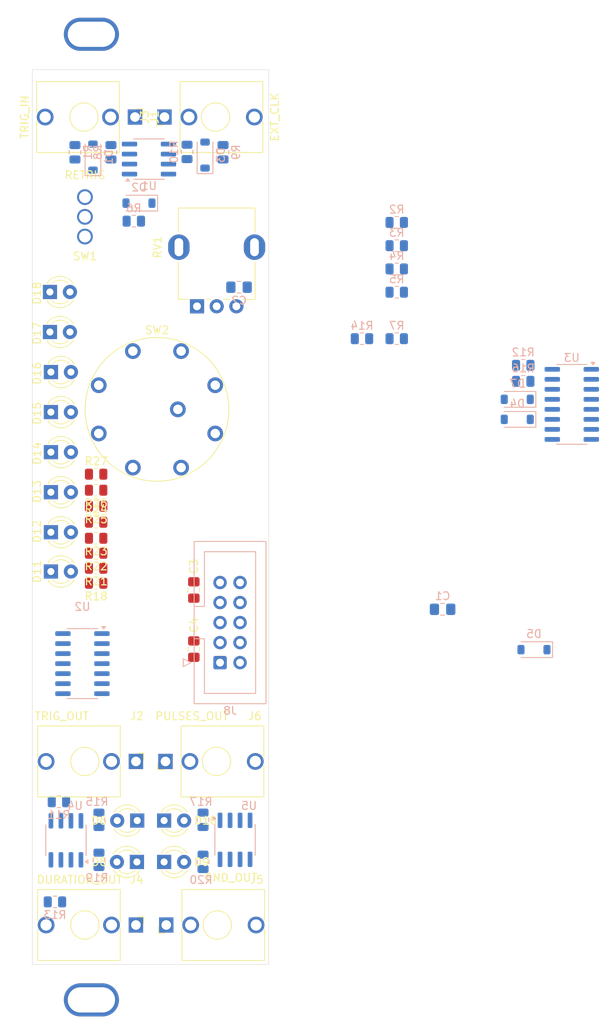
<source format=kicad_pcb>
(kicad_pcb (version 20240108) (generator "pcbnew") (generator_version "8.0")
  (layers (0 "F.Cu" signal) (31 "B.Cu" signal) (34 "B.Paste" user) (35 "F.Paste" user) (36 "B.SilkS" user "B.Silkscreen") (37 "F.SilkS" user "F.Silkscreen") (38 "B.Mask" user) (39 "F.Mask" user) (44 "Edge.Cuts" user))
  (net 0 "")
  (net 1 "Net-(C1-Pad2)")
  (net 2 "Net-(C1-Pad1)")
  (net 3 "GND")
  (net 4 "Net-(C2-Pad1)")
  (net 5 "Net-(D1-A)")
  (net 6 "Net-(D1-K)")
  (net 7 "Net-(D2-A)")
  (net 8 "CLK")
  (net 9 "Net-(D3-A)")
  (net 10 "Net-(D3-K)")
  (net 11 "CLK_EN")
  (net 12 "Net-(D4-A)")
  (net 13 "Net-(D5-A)")
  (net 14 "Net-(D5-K)")
  (net 15 "Net-(D7-A)")
  (net 17 "Net-(J1-PadT)")
  (net 18 "Net-(J2-PadT)")
  (net 20 "Net-(J3-PadTN)")
  (net 21 "Net-(J3-PadT)")
  (net 22 "Net-(J4-PadT)")
  (net 25 "Net-(J5-PadT)")
  (net 27 "Net-(J6-PadT)")
  (net 28 "VREF")
  (net 29 "+12V")
  (net 30 "Net-(U4B-+)")
  (net 31 "RESET")
  (net 32 "Net-(U5A-+)")
  (net 33 "Net-(D10-A)")
  (net 34 "Net-(R11-Pad2)")
  (net 35 "Net-(R13-Pad2)")
  (net 36 "Net-(R14-Pad2)")
  (net 37 "Net-(D11-A)")
  (net 38 "Net-(D12-A)")
  (net 39 "Net-(D13-A)")
  (net 40 "Net-(D14-A)")
  (net 41 "Net-(D15-A)")
  (net 42 "Net-(D16-A)")
  (net 43 "Net-(D17-A)")
  (net 44 "Net-(D18-A)")
  (net 49 "-12V")
  (net 50 "Net-(D6-A)")
  (net 51 "Net-(D8-A)")
  (net 52 "Net-(D9-A)")
  (net 53 "Net-(R17-Pad1)")
  (net 54 "STEP1")
  (net 55 "STEP2")
  (net 56 "STEP3")
  (net 57 "STEP4")
  (net 58 "STEP5")
  (net 59 "STEP6")
  (net 60 "STEP7")
  (net 61 "STEP8")
  (footprint "Capacitor_SMD:C_0805_2012Metric_Pad1.18x1.45mm_HandSolder" (layer "F.Cu") (at 120.5 131 -90)
    (property "Reference" "C4" (at -3.04 -0.02 90) (layer "F.SilkS"))
    (property "Value" "22uF")
    (pad "1" smd roundrect (at -1.0375 0 270) (size 1.175 1.45) (layers "F.Cu" "F.Paste" "F.Mask") (roundrect_rratio 0.212766) (net 3 "GND"))
    (pad "2" smd roundrect (at 1.0375 0 270) (size 1.175 1.45) (layers "F.Cu" "F.Paste" "F.Mask") (roundrect_rratio 0.212766) (net 49 "-12V"))
  )
  (footprint "LED_THT:LED_D3.0mm" (layer "F.Cu") (at 116.725 158)
    (property "Reference" "D9" (at 4.775 0 0) (layer "F.SilkS"))
    (property "Value" "LED")
    (pad "1" thru_hole rect (at 0 0) (size 1.8 1.8) (drill 0.9) (layers "*.Cu" "*.Mask") (net 3 "GND"))
    (pad "2" thru_hole circle (at 2.54 0) (size 1.8 1.8) (drill 0.9) (layers "*.Cu" "*.Mask") (net 52 "Net-(D9-A)"))
  )
  (footprint "Resistor_SMD:R_0805_2012Metric" (layer "F.Cu") (at 108.1005 122.65 180)
    (property "Reference" "R18" (at 0 -1.65 360) (layer "F.SilkS"))
    (property "Value" "10k")
    (pad "1" smd roundrect (at -0.9125 0 180) (size 1.025 1.4) (layers "F.Cu" "F.Paste" "F.Mask") (roundrect_rratio 0.243902) (net 54 "STEP1"))
    (pad "2" smd roundrect (at 0.9125 0 180) (size 1.025 1.4) (layers "F.Cu" "F.Paste" "F.Mask") (roundrect_rratio 0.243902) (net 37 "Net-(D11-A)"))
  )
  (footprint "benjiaomodular:AudioJack_3.5mm" (layer "F.Cu") (at 117 166 90)
    (property "Reference" "J5" (at 5.75 11.5 180) (layer "F.SilkS"))
    (property "Value" "END_OUT" (at 6 8.25 180) (layer "F.SilkS"))
    (pad "S" thru_hole rect (at 0 0 270) (size 1.93 1.83) (drill 1.22) (layers "*.Cu" "*.Mask") (net 3 "GND"))
    (pad "T" thru_hole circle (at 0 11.4 270) (size 2.13 2.13) (drill 1.43) (layers "*.Cu" "*.Mask") (net 25 "Net-(J5-PadT)"))
    (pad "TN" thru_hole circle (at 0 3.1 270) (size 2.13 2.13) (drill 1.42) (layers "*.Cu" "*.Mask"))
  )
  (footprint "benjiaomodular:RotarySwitch_SR16_POLE1_WAY8" (layer "F.Cu") (at 115.824 100.584)
    (property "Reference" "SW2" (at 0 -10.045 0) (layer "F.SilkS"))
    (property "Value" "STEPS")
    (pad "1" thru_hole oval (at 3.061467 -7.391036) (size 2 2) (drill 1.2) (layers "*.Cu" "*.Mask") (net 54 "STEP1"))
    (pad "2" thru_hole oval (at 7.391036 -3.061467) (size 2 2) (drill 1.2) (layers "*.Cu" "*.Mask") (net 55 "STEP2"))
    (pad "3" thru_hole oval (at 7.391036 3.061467) (size 2 2) (drill 1.2) (layers "*.Cu" "*.Mask") (net 56 "STEP3"))
    (pad "4" thru_hole oval (at 3.061467 7.391036) (size 2 2) (drill 1.2) (layers "*.Cu" "*.Mask") (net 57 "STEP4"))
    (pad "5" thru_hole oval (at -3.061467 7.391036) (size 2 2) (drill 1.2) (layers "*.Cu" "*.Mask") (net 58 "STEP5"))
    (pad "6" thru_hole oval (at -7.391036 3.061467) (size 2 2) (drill 1.2) (layers "*.Cu" "*.Mask") (net 59 "STEP6"))
    (pad "7" thru_hole oval (at -7.391036 -3.061467) (size 2 2) (drill 1.2) (layers "*.Cu" "*.Mask") (net 60 "STEP7"))
    (pad "8" thru_hole oval (at -3.061467 -7.391036) (size 2 2) (drill 1.2) (layers "*.Cu" "*.Mask") (net 61 "STEP8"))
    (pad "9" thru_hole circle (at 2.65 0) (size 2 2) (drill 1.2) (layers "*.Cu" "*.Mask") (net 15 "Net-(D7-A)"))
  )
  (footprint "LED_THT:LED_D3.0mm" (layer "F.Cu") (at 102.357 121.158)
    (property "Reference" "D11" (at -1.773 0 90) (layer "F.SilkS"))
    (property "Value" "LED")
    (pad "1" thru_hole rect (at 0 0) (size 1.8 1.8) (drill 0.9) (layers "*.Cu" "*.Mask") (net 3 "GND"))
    (pad "2" thru_hole circle (at 2.54 0) (size 1.8 1.8) (drill 0.9) (layers "*.Cu" "*.Mask") (net 37 "Net-(D11-A)"))
  )
  (footprint "Resistor_SMD:R_0805_2012Metric" (layer "F.Cu") (at 108.1005 120.745 180)
    (property "Reference" "R21" (at 0 -1.65 360) (layer "F.SilkS"))
    (property "Value" "10k")
    (pad "1" smd roundrect (at -0.9125 0 180) (size 1.025 1.4) (layers "F.Cu" "F.Paste" "F.Mask") (roundrect_rratio 0.243902) (net 55 "STEP2"))
    (pad "2" smd roundrect (at 0.9125 0 180) (size 1.025 1.4) (layers "F.Cu" "F.Paste" "F.Mask") (roundrect_rratio 0.243902) (net 38 "Net-(D12-A)"))
  )
  (footprint "benjiaomodular:AudioJack_3.5mm" (layer "F.Cu") (at 113.15 166 -90)
    (property "Reference" "J4" (at -5.75 -0.1 180) (layer "F.SilkS"))
    (property "Value" "DURATION_OUT" (at -5.75 7.15 180) (layer "F.SilkS"))
    (pad "S" thru_hole rect (at 0 0 90) (size 1.93 1.83) (drill 1.22) (layers "*.Cu" "*.Mask") (net 3 "GND"))
    (pad "T" thru_hole circle (at 0 11.4 90) (size 2.13 2.13) (drill 1.43) (layers "*.Cu" "*.Mask") (net 22 "Net-(J4-PadT)"))
    (pad "TN" thru_hole circle (at 0 3.1 90) (size 2.13 2.13) (drill 1.42) (layers "*.Cu" "*.Mask"))
  )
  (footprint "LED_THT:LED_D3.0mm" (layer "F.Cu") (at 102.235 85.693)
    (property "Reference" "D18" (at -1.651 0.159 90) (layer "F.SilkS"))
    (property "Value" "LED")
    (pad "1" thru_hole rect (at 0 0) (size 1.8 1.8) (drill 0.9) (layers "*.Cu" "*.Mask") (net 3 "GND"))
    (pad "2" thru_hole circle (at 2.54 0) (size 1.8 1.8) (drill 0.9) (layers "*.Cu" "*.Mask") (net 44 "Net-(D18-A)"))
  )
  (footprint "benjiaomodular:AudioJack_3.5mm" (layer "F.Cu") (at 113.15 145.25 -90)
    (property "Reference" "J2" (at -5.75 -0.1 180) (layer "F.SilkS"))
    (property "Value" "TRIG_OUT" (at -5.75 9.4 180) (layer "F.SilkS"))
    (pad "S" thru_hole rect (at 0 0 90) (size 1.93 1.83) (drill 1.22) (layers "*.Cu" "*.Mask") (net 3 "GND"))
    (pad "T" thru_hole circle (at 0 11.4 90) (size 2.13 2.13) (drill 1.43) (layers "*.Cu" "*.Mask") (net 18 "Net-(J2-PadT)"))
    (pad "TN" thru_hole circle (at 0 3.1 90) (size 2.13 2.13) (drill 1.42) (layers "*.Cu" "*.Mask"))
  )
  (footprint "Resistor_SMD:R_0805_2012Metric" (layer "F.Cu") (at 108.1005 116.935 180)
    (property "Reference" "R23" (at 0 -1.65 360) (layer "F.SilkS"))
    (property "Value" "10k")
    (pad "1" smd roundrect (at -0.9125 0 180) (size 1.025 1.4) (layers "F.Cu" "F.Paste" "F.Mask") (roundrect_rratio 0.243902) (net 57 "STEP4"))
    (pad "2" smd roundrect (at 0.9125 0 180) (size 1.025 1.4) (layers "F.Cu" "F.Paste" "F.Mask") (roundrect_rratio 0.243902) (net 40 "Net-(D14-A)"))
  )
  (footprint "LED_THT:LED_D3.0mm" (layer "F.Cu") (at 102.357 100.933)
    (property "Reference" "D15" (at -1.773 0.159 90) (layer "F.SilkS"))
    (property "Value" "LED")
    (pad "1" thru_hole rect (at 0 0) (size 1.8 1.8) (drill 0.9) (layers "*.Cu" "*.Mask") (net 3 "GND"))
    (pad "2" thru_hole circle (at 2.54 0) (size 1.8 1.8) (drill 0.9) (layers "*.Cu" "*.Mask") (net 41 "Net-(D15-A)"))
  )
  (footprint "LED_THT:LED_D3.0mm" (layer "F.Cu") (at 113.275 158 180)
    (property "Reference" "D8" (at 4.775 0 0) (layer "F.SilkS"))
    (property "Value" "LED")
    (pad "1" thru_hole rect (at 0 0 180) (size 1.8 1.8) (drill 0.9) (layers "*.Cu" "*.Mask") (net 3 "GND"))
    (pad "2" thru_hole circle (at 2.54 0 180) (size 1.8 1.8) (drill 0.9) (layers "*.Cu" "*.Mask") (net 51 "Net-(D8-A)"))
  )
  (footprint "benjiaomodular:Potentiometer_RV09" (layer "F.Cu") (at 120.9 87.51 90)
    (property "Reference" "RV1" (at 7.5 -5 90) (layer "F.SilkS"))
    (property "Value" "B100k")
    (pad "" thru_hole oval (at 7.5 -2.3 180) (size 2.72 3.24) (drill oval 1.1 2.3) (layers "*.Cu" "*.Mask"))
    (pad "" thru_hole oval (at 7.5 7.3 180) (size 2.72 3.24) (drill oval 1.1 2.3) (layers "*.Cu" "*.Mask"))
    (pad "1" thru_hole rect (at 0 0 180) (size 1.8 1.8) (drill 1) (layers "*.Cu" "*.Mask") (net 4 "Net-(C2-Pad1)"))
    (pad "2" thru_hole circle (at 0 2.5 180) (size 1.8 1.8) (drill 1) (layers "*.Cu" "*.Mask") (net 4 "Net-(C2-Pad1)"))
    (pad "3" thru_hole circle (at 0 5 180) (size 1.8 1.8) (drill 1) (layers "*.Cu" "*.Mask") (net 20 "Net-(J3-PadTN)"))
  )
  (footprint "LED_THT:LED_D3.0mm" (layer "F.Cu") (at 113.315 152.75 180)
    (property "Reference" "D6" (at 4.815 0 0) (layer "F.SilkS"))
    (property "Value" "LED")
    (pad "1" thru_hole rect (at 0 0 180) (size 1.8 1.8) (drill 0.9) (layers "*.Cu" "*.Mask") (net 3 "GND"))
    (pad "2" thru_hole circle (at 2.54 0 180) (size 1.8 1.8) (drill 0.9) (layers "*.Cu" "*.Mask") (net 50 "Net-(D6-A)"))
  )
  (footprint "LED_THT:LED_D3.0mm" (layer "F.Cu") (at 116.725 152.75)
    (property "Reference" "D10" (at 5.275 0 0) (layer "F.SilkS"))
    (property "Value" "LED")
    (pad "1" thru_hole rect (at 0 0) (size 1.8 1.8) (drill 0.9) (layers "*.Cu" "*.Mask") (net 3 "GND"))
    (pad "2" thru_hole circle (at 2.54 0) (size 1.8 1.8) (drill 0.9) (layers "*.Cu" "*.Mask") (net 33 "Net-(D10-A)"))
  )
  (footprint "Resistor_SMD:R_0805_2012Metric" (layer "F.Cu") (at 108.1005 118.84 180)
    (property "Reference" "R22" (at 0 -1.65 360) (layer "F.SilkS"))
    (property "Value" "10k")
    (pad "1" smd roundrect (at -0.9125 0 180) (size 1.025 1.4) (layers "F.Cu" "F.Paste" "F.Mask") (roundrect_rratio 0.243902) (net 56 "STEP3"))
    (pad "2" smd roundrect (at 0.9125 0 180) (size 1.025 1.4) (layers "F.Cu" "F.Paste" "F.Mask") (roundrect_rratio 0.243902) (net 39 "Net-(D13-A)"))
  )
  (footprint "LED_THT:LED_D3.0mm" (layer "F.Cu") (at 102.357 111.093)
    (property "Reference" "D13" (at -1.773 -0.095 90) (layer "F.SilkS"))
    (property "Value" "LED")
    (pad "1" thru_hole rect (at 0 0) (size 1.8 1.8) (drill 0.9) (layers "*.Cu" "*.Mask") (net 3 "GND"))
    (pad "2" thru_hole circle (at 2.54 0) (size 1.8 1.8) (drill 0.9) (layers "*.Cu" "*.Mask") (net 39 "Net-(D13-A)"))
  )
  (footprint "LED_THT:LED_D3.0mm" (layer "F.Cu") (at 102.235 90.773)
    (property "Reference" "D17" (at -1.651 0.159 90) (layer "F.SilkS"))
    (property "Value" "LED")
    (pad "1" thru_hole rect (at 0 0) (size 1.8 1.8) (drill 0.9) (layers "*.Cu" "*.Mask") (net 3 "GND"))
    (pad "2" thru_hole circle (at 2.54 0) (size 1.8 1.8) (drill 0.9) (layers "*.Cu" "*.Mask") (net 43 "Net-(D17-A)"))
  )
  (footprint "Resistor_SMD:R_0805_2012Metric" (layer "F.Cu") (at 108.1005 108.807)
    (property "Reference" "R27" (at 0 -1.65 0) (layer "F.SilkS"))
    (property "Value" "10k")
    (pad "1" smd roundrect (at -0.9125 0) (size 1.025 1.4) (layers "F.Cu" "F.Paste" "F.Mask") (roundrect_rratio 0.243902) (net 61 "STEP8"))
    (pad "2" smd roundrect (at 0.9125 0) (size 1.025 1.4) (layers "F.Cu" "F.Paste" "F.Mask") (roundrect_rratio 0.243902) (net 44 "Net-(D18-A)"))
  )
  (footprint "Resistor_SMD:R_0805_2012Metric" (layer "F.Cu") (at 108.1005 110.839 180)
    (property "Reference" "R26" (at 0 -1.65 360) (layer "F.SilkS"))
    (property "Value" "10k")
    (pad "1" smd roundrect (at -0.9125 0 180) (size 1.025 1.4) (layers "F.Cu" "F.Paste" "F.Mask") (roundrect_rratio 0.243902) (net 60 "STEP7"))
    (pad "2" smd roundrect (at 0.9125 0 180) (size 1.025 1.4) (layers "F.Cu" "F.Paste" "F.Mask") (roundrect_rratio 0.243902) (net 43 "Net-(D17-A)"))
  )
  (footprint "benjiaomodular:AudioJack_3.5mm" (layer "F.Cu") (at 116.775 63.5 90)
    (property "Reference" "J3" (at 0 -2.5 90) (layer "F.SilkS"))
    (property "Value" "EXT_CLK" (at 0 14 90) (layer "F.SilkS"))
    (pad "S" thru_hole rect (at 0 0 270) (size 1.93 1.83) (drill 1.22) (layers "*.Cu" "*.Mask") (net 3 "GND"))
    (pad "T" thru_hole circle (at 0 11.4 270) (size 2.13 2.13) (drill 1.43) (layers "*.Cu" "*.Mask") (net 21 "Net-(J3-PadT)"))
    (pad "TN" thru_hole circle (at 0 3.1 270) (size 2.13 2.13) (drill 1.42) (layers "*.Cu" "*.Mask") (net 20 "Net-(J3-PadTN)"))
  )
  (footprint "Resistor_SMD:R_0805_2012Metric" (layer "F.Cu") (at 108.1005 114.903)
    (property "Reference" "R24" (at 0 -1.65 0) (layer "F.SilkS"))
    (property "Value" "10k")
    (pad "1" smd roundrect (at -0.9125 0) (size 1.025 1.4) (layers "F.Cu" "F.Paste" "F.Mask") (roundrect_rratio 0.243902) (net 58 "STEP5"))
    (pad "2" smd roundrect (at 0.9125 0) (size 1.025 1.4) (layers "F.Cu" "F.Paste" "F.Mask") (roundrect_rratio 0.243902) (net 41 "Net-(D15-A)"))
  )
  (footprint "LED_THT:LED_D3.0mm" (layer "F.Cu") (at 102.357 116.173)
    (property "Reference" "D12" (at -1.773 -0.095 90) (layer "F.SilkS"))
    (property "Value" "LED")
    (pad "1" thru_hole rect (at 0 0) (size 1.8 1.8) (drill 0.9) (layers "*.Cu" "*.Mask") (net 3 "GND"))
    (pad "2" thru_hole circle (at 2.54 0) (size 1.8 1.8) (drill 0.9) (layers "*.Cu" "*.Mask") (net 38 "Net-(D12-A)"))
  )
  (footprint "benjiaomodular:Panel_6HP" (layer "F.Cu") (at 100 50)
    (property "Reference" "REF**")
    (property "Value" "Panel_6HP")
    (pad "" thru_hole oval (at 7.5 3) (size 7 4.2) (drill oval 6 3.2) (layers "*.Cu" "*.Mask"))
    (pad "" thru_hole oval (at 7.5 125.5) (size 7 4.2) (drill oval 6 3.2) (layers "*.Cu" "*.Mask"))
  )
  (footprint "LED_THT:LED_D3.0mm" (layer "F.Cu") (at 102.362 106.013)
    (property "Reference" "D14" (at -1.778 0.159 90) (layer "F.SilkS"))
    (property "Value" "LED")
    (pad "1" thru_hole rect (at 0 0) (size 1.8 1.8) (drill 0.9) (layers "*.Cu" "*.Mask") (net 3 "GND"))
    (pad "2" thru_hole circle (at 2.54 0) (size 1.8 1.8) (drill 0.9) (layers "*.Cu" "*.Mask") (net 40 "Net-(D14-A)"))
  )
  (footprint "benjiaomodular:AudioJack_3.5mm" (layer "F.Cu") (at 113.03 63.5 -90)
    (property "Reference" "J1" (at 0 -2.5 90) (layer "F.SilkS"))
    (property "Value" "TRIG_IN" (at 0 14 90) (layer "F.SilkS"))
    (pad "S" thru_hole rect (at 0 0 90) (size 1.93 1.83) (drill 1.22) (layers "*.Cu" "*.Mask") (net 3 "GND"))
    (pad "T" thru_hole circle (at 0 11.4 90) (size 2.13 2.13) (drill 1.43) (layers "*.Cu" "*.Mask") (net 17 "Net-(J1-PadT)"))
    (pad "TN" thru_hole circle (at 0 3.1 90) (size 2.13 2.13) (drill 1.42) (layers "*.Cu" "*.Mask"))
  )
  (footprint "LED_THT:LED_D3.0mm" (layer "F.Cu") (at 102.362 95.853)
    (property "Reference" "D16" (at -1.778 0.159 90) (layer "F.SilkS"))
    (property "Value" "LED")
    (pad "1" thru_hole rect (at 0 0) (size 1.8 1.8) (drill 0.9) (layers "*.Cu" "*.Mask") (net 3 "GND"))
    (pad "2" thru_hole circle (at 2.54 0) (size 1.8 1.8) (drill 0.9) (layers "*.Cu" "*.Mask") (net 42 "Net-(D16-A)"))
  )
  (footprint "benjiaomodular:AudioJack_3.5mm" (layer "F.Cu") (at 116.9 145.25 90)
    (property "Reference" "J6" (at 5.75 11.35 180) (layer "F.SilkS"))
    (property "Value" "PULSES_OUT" (at 5.75 3.35 180) (layer "F.SilkS"))
    (pad "S" thru_hole rect (at 0 0 270) (size 1.93 1.83) (drill 1.22) (layers "*.Cu" "*.Mask") (net 3 "GND"))
    (pad "T" thru_hole circle (at 0 11.4 270) (size 2.13 2.13) (drill 1.43) (layers "*.Cu" "*.Mask") (net 27 "Net-(J6-PadT)"))
    (pad "TN" thru_hole circle (at 0 3.1 270) (size 2.13 2.13) (drill 1.42) (layers "*.Cu" "*.Mask"))
  )
  (footprint "Capacitor_SMD:C_0805_2012Metric_Pad1.18x1.45mm_HandSolder" (layer "F.Cu") (at 120.5 123.5 -90)
    (property "Reference" "C3" (at -3 0 90) (layer "F.SilkS"))
    (property "Value" "22uF")
    (pad "1" smd roundrect (at -1.0375 0 270) (size 1.175 1.45) (layers "F.Cu" "F.Paste" "F.Mask") (roundrect_rratio 0.212766) (net 29 "+12V"))
    (pad "2" smd roundrect (at 1.0375 0 270) (size 1.175 1.45) (layers "F.Cu" "F.Paste" "F.Mask") (roundrect_rratio 0.212766) (net 3 "GND"))
  )
  (footprint "benjiaomodular:ToggleSwitch_SMTS-102" (layer "F.Cu") (at 106.68 76.16 180)
    (property "Reference" "SW1" (at 0 -5 0) (layer "F.SilkS"))
    (property "Value" "RETRIG" (at 0 5.3 0) (layer "F.SilkS"))
    (pad "1" thru_hole oval (at 0 -2.5 180) (size 2 2) (drill oval 1.5) (layers "*.Cu" "*.Mask") (net 13 "Net-(D5-A)"))
    (pad "2" thru_hole oval (at 0 0 180) (size 2 2) (drill oval 1.5) (layers "*.Cu" "*.Mask") (net 31 "RESET"))
    (pad "3" thru_hole oval (at 0 2.5 180) (size 2 2) (drill oval 1.5) (layers "*.Cu" "*.Mask"))
  )
  (footprint "Resistor_SMD:R_0805_2012Metric" (layer "F.Cu") (at 108.1005 112.871 180)
    (property "Reference" "R25" (at 0 -1.65 360) (layer "F.SilkS"))
    (property "Value" "10k")
    (pad "1" smd roundrect (at -0.9125 0 180) (size 1.025 1.4) (layers "F.Cu" "F.Paste" "F.Mask") (roundrect_rratio 0.243902) (net 59 "STEP6"))
    (pad "2" smd roundrect (at 0.9125 0 180) (size 1.025 1.4) (layers "F.Cu" "F.Paste" "F.Mask") (roundrect_rratio 0.243902) (net 42 "Net-(D16-A)"))
  )
  (footprint "Resistor_SMD:R_0805_2012Metric" (layer "B.Cu") (at 103.378 150.368)
    (property "Reference" "R11" (at 0 1.65 360) (layer "B.SilkS") (effects (justify mirror)))
    (property "Value" "1k")
    (pad "1" smd roundrect (at -0.9125 0) (size 1.025 1.4) (layers "B.Cu" "B.Paste" "B.Mask") (roundrect_rratio 0.243902) (net 18 "Net-(J2-PadT)"))
    (pad "2" smd roundrect (at 0.9125 0) (size 1.025 1.4) (layers "B.Cu" "B.Paste" "B.Mask") (roundrect_rratio 0.243902) (net 34 "Net-(R11-Pad2)"))
  )
  (footprint "Resistor_SMD:R_0805_2012Metric" (layer "B.Cu") (at 102.87 163.068)
    (property "Reference" "R13" (at 0 1.65 360) (layer "B.SilkS") (effects (justify mirror)))
    (property "Value" "1k")
    (pad "1" smd roundrect (at -0.9125 0) (size 1.025 1.4) (layers "B.Cu" "B.Paste" "B.Mask") (roundrect_rratio 0.243902) (net 22 "Net-(J4-PadT)"))
    (pad "2" smd roundrect (at 0.9125 0) (size 1.025 1.4) (layers "B.Cu" "B.Paste" "B.Mask") (roundrect_rratio 0.243902) (net 35 "Net-(R13-Pad2)"))
  )
  (footprint "Resistor_SMD:R_0805_2012Metric" (layer "B.Cu") (at 124.206 67.9685 90)
    (property "Reference" "R9" (at 0 1.65 90) (layer "B.SilkS") (effects (justify mirror)))
    (property "Value" "15k")
    (pad "1" smd roundrect (at -0.9125 0 90) (size 1.025 1.4) (layers "B.Cu" "B.Paste" "B.Mask") (roundrect_rratio 0.243902) (net 21 "Net-(J3-PadT)"))
    (pad "2" smd roundrect (at 0.9125 0 90) (size 1.025 1.4) (layers "B.Cu" "B.Paste" "B.Mask") (roundrect_rratio 0.243902) (net 9 "Net-(D3-A)"))
  )
  (footprint "Resistor_SMD:R_0805_2012Metric" (layer "B.Cu") (at 146.25 82.77 180)
    (property "Reference" "R4" (at 0 1.65 0) (layer "B.SilkS") (effects (justify mirror)))
    (property "Value" "100k")
    (pad "1" smd roundrect (at -0.9125 0 180) (size 1.025 1.4) (layers "B.Cu" "B.Paste" "B.Mask") (roundrect_rratio 0.243902) (net 1 "Net-(C1-Pad2)"))
    (pad "2" smd roundrect (at 0.9125 0 180) (size 1.025 1.4) (layers "B.Cu" "B.Paste" "B.Mask") (roundrect_rratio 0.243902) (net 29 "+12V"))
  )
  (footprint "Resistor_SMD:R_0805_2012Metric" (layer "B.Cu") (at 119.634 67.9215 -90)
    (property "Reference" "R10" (at 0 1.65 90) (layer "B.SilkS") (effects (justify mirror)))
    (property "Value" "100k")
    (pad "1" smd roundrect (at -0.9125 0 270) (size 1.025 1.4) (layers "B.Cu" "B.Paste" "B.Mask") (roundrect_rratio 0.243902) (net 3 "GND"))
    (pad "2" smd roundrect (at 0.9125 0 270) (size 1.025 1.4) (layers "B.Cu" "B.Paste" "B.Mask") (roundrect_rratio 0.243902) (net 10 "Net-(D3-K)"))
  )
  (footprint "Diode_SMD:D_SOD-123" (layer "B.Cu") (at 121.92 68.326 90)
    (property "Reference" "D3" (at 0 2 90) (layer "B.SilkS") (effects (justify mirror)))
    (property "Value" "1N4148")
    (pad "1" smd roundrect (at -1.65 0 90) (size 0.9 1.2) (layers "B.Cu" "B.Paste" "B.Mask") (net 10 "Net-(D3-K)"))
    (pad "2" smd roundrect (at 1.65 0 90) (size 0.9 1.2) (layers "B.Cu" "B.Paste" "B.Mask") (net 9 "Net-(D3-A)"))
  )
  (footprint "Resistor_SMD:R_0805_2012Metric" (layer "B.Cu") (at 146.25 79.82 180)
    (property "Reference" "R3" (at 0 1.65 0) (layer "B.SilkS") (effects (justify mirror)))
    (property "Value" "10k")
    (pad "1" smd roundrect (at -0.9125 0 180) (size 1.025 1.4) (layers "B.Cu" "B.Paste" "B.Mask") (roundrect_rratio 0.243902) (net 3 "GND"))
    (pad "2" smd roundrect (at 0.9125 0 180) (size 1.025 1.4) (layers "B.Cu" "B.Paste" "B.Mask") (roundrect_rratio 0.243902) (net 28 "VREF"))
  )
  (footprint "Diode_SMD:D_SOD-123" (layer "B.Cu") (at 161.544 99.314 180)
    (property "Reference" "D7" (at 0 2 0) (layer "B.SilkS") (effects (justify mirror)))
    (property "Value" "1N4148")
    (pad "1" smd roundrect (at -1.65 0 180) (size 0.9 1.2) (layers "B.Cu" "B.Paste" "B.Mask") (net 11 "CLK_EN"))
    (pad "2" smd roundrect (at 1.65 0 180) (size 0.9 1.2) (layers "B.Cu" "B.Paste" "B.Mask") (net 15 "Net-(D7-A)"))
  )
  (footprint "Diode_SMD:D_SOD-123" (layer "B.Cu") (at 107.696 68.58 90)
    (property "Reference" "D1" (at 0 2 90) (layer "B.SilkS") (effects (justify mirror)))
    (property "Value" "1N4148")
    (pad "1" smd roundrect (at -1.65 0 90) (size 0.9 1.2) (layers "B.Cu" "B.Paste" "B.Mask") (net 6 "Net-(D1-K)"))
    (pad "2" smd roundrect (at 1.65 0 90) (size 0.9 1.2) (layers "B.Cu" "B.Paste" "B.Mask") (net 5 "Net-(D1-A)"))
  )
  (footprint "Diode_SMD:D_SOD-123" (layer "B.Cu") (at 163.67 131.07 180)
    (property "Reference" "D5" (at 0 2 0) (layer "B.SilkS") (effects (justify mirror)))
    (property "Value" "1N4148")
    (pad "1" smd roundrect (at -1.65 0 180) (size 0.9 1.2) (layers "B.Cu" "B.Paste" "B.Mask") (net 14 "Net-(D5-K)"))
    (pad "2" smd roundrect (at 1.65 0 180) (size 0.9 1.2) (layers "B.Cu" "B.Paste" "B.Mask") (net 13 "Net-(D5-A)"))
  )
  (footprint "Resistor_SMD:R_0805_2012Metric" (layer "B.Cu") (at 108.458 157.734 -90)
    (property "Reference" "R19" (at 2.286 0.254 180) (layer "B.SilkS") (effects (justify mirror)))
    (property "Value" "10k")
    (pad "1" smd roundrect (at -0.9125 0 270) (size 1.025 1.4) (layers "B.Cu" "B.Paste" "B.Mask") (roundrect_rratio 0.243902) (net 35 "Net-(R13-Pad2)"))
    (pad "2" smd roundrect (at 0.9125 0 270) (size 1.025 1.4) (layers "B.Cu" "B.Paste" "B.Mask") (roundrect_rratio 0.243902) (net 51 "Net-(D8-A)"))
  )
  (footprint "Resistor_SMD:R_0805_2012Metric" (layer "B.Cu") (at 105.41 67.9685 90)
    (property "Reference" "R1" (at 0 1.65 90) (layer "B.SilkS") (effects (justify mirror)))
    (property "Value" "15k")
    (pad "1" smd roundrect (at -0.9125 0 90) (size 1.025 1.4) (layers "B.Cu" "B.Paste" "B.Mask") (roundrect_rratio 0.243902) (net 17 "Net-(J1-PadT)"))
    (pad "2" smd roundrect (at 0.9125 0 90) (size 1.025 1.4) (layers "B.Cu" "B.Paste" "B.Mask") (roundrect_rratio 0.243902) (net 5 "Net-(D1-A)"))
  )
  (footprint "Resistor_SMD:R_0805_2012Metric" (layer "B.Cu") (at 112.8795 76.708 180)
    (property "Reference" "R6" (at 0 1.65 0) (layer "B.SilkS") (effects (justify mirror)))
    (property "Value" "100k")
    (pad "1" smd roundrect (at -0.9125 0 180) (size 1.025 1.4) (layers "B.Cu" "B.Paste" "B.Mask") (roundrect_rratio 0.243902) (net 32 "Net-(U5A-+)"))
    (pad "2" smd roundrect (at 0.9125 0 180) (size 1.025 1.4) (layers "B.Cu" "B.Paste" "B.Mask") (roundrect_rratio 0.243902) (net 7 "Net-(D2-A)"))
  )
  (footprint "Package_SO:SOIC-8_3.9x4.9mm_P1.27mm" (layer "B.Cu") (at 104.267 155.259 90)
    (property "Reference" "U4" (at 4.383 1.143 180) (layer "B.SilkS") (effects (justify mirror)))
    (property "Value" "LM358")
    (pad "1" smd roundrect (at -2.475 1.905 90) (size 1.95 0.6) (layers "B.Cu" "B.Paste" "B.Mask") (net 53 "Net-(R17-Pad1)"))
    (pad "2" smd roundrect (at -2.475 0.635 90) (size 1.95 0.6) (layers "B.Cu" "B.Paste" "B.Mask") (net 28 "VREF"))
    (pad "3" smd roundrect (at -2.475 -0.635 90) (size 1.95 0.6) (layers "B.Cu" "B.Paste" "B.Mask") (net 7 "Net-(D2-A)"))
    (pad "4" smd roundrect (at -2.475 -1.905 90) (size 1.95 0.6) (layers "B.Cu" "B.Paste" "B.Mask") (net 3 "GND"))
    (pad "5" smd roundrect (at 2.475 -1.905 90) (size 1.95 0.6) (layers "B.Cu" "B.Paste" "B.Mask") (net 30 "Net-(U4B-+)"))
    (pad "6" smd roundrect (at 2.475 -0.635 90) (size 1.95 0.6) (layers "B.Cu" "B.Paste" "B.Mask") (net 28 "VREF"))
    (pad "7" smd roundrect (at 2.475 0.635 90) (size 1.95 0.6) (layers "B.Cu" "B.Paste" "B.Mask") (net 34 "Net-(R11-Pad2)"))
    (pad "8" smd roundrect (at 2.475 1.905 90) (size 1.95 0.6) (layers "B.Cu" "B.Paste" "B.Mask") (net 29 "+12V"))
  )
  (footprint "Resistor_SMD:R_0805_2012Metric" (layer "B.Cu") (at 162.306 94.996 180)
    (property "Reference" "R12" (at 0 1.65 360) (layer "B.SilkS") (effects (justify mirror)))
    (property "Value" "100k")
    (pad "1" smd roundrect (at -0.9125 0 180) (size 1.025 1.4) (layers "B.Cu" "B.Paste" "B.Mask") (roundrect_rratio 0.243902) (net 11 "CLK_EN"))
    (pad "2" smd roundrect (at 0.9125 0 180) (size 1.025 1.4) (layers "B.Cu" "B.Paste" "B.Mask") (roundrect_rratio 0.243902) (net 3 "GND"))
  )
  (footprint "Resistor_SMD:R_0805_2012Metric" (layer "B.Cu") (at 141.84 91.62 180)
    (property "Reference" "R14" (at 0 1.65 0) (layer "B.SilkS") (effects (justify mirror)))
    (property "Value" "1k")
    (pad "1" smd roundrect (at -0.9125 0 180) (size 1.025 1.4) (layers "B.Cu" "B.Paste" "B.Mask") (roundrect_rratio 0.243902) (net 25 "Net-(J5-PadT)"))
    (pad "2" smd roundrect (at 0.9125 0 180) (size 1.025 1.4) (layers "B.Cu" "B.Paste" "B.Mask") (roundrect_rratio 0.243902) (net 36 "Net-(R14-Pad2)"))
  )
  (footprint "Resistor_SMD:R_0805_2012Metric" (layer "B.Cu") (at 146.25 76.87 180)
    (property "Reference" "R2" (at 0 1.65 0) (layer "B.SilkS") (effects (justify mirror)))
    (property "Value" "100k")
    (pad "1" smd roundrect (at -0.9125 0 180) (size 1.025 1.4) (layers "B.Cu" "B.Paste" "B.Mask") (roundrect_rratio 0.243902) (net 28 "VREF"))
    (pad "2" smd roundrect (at 0.9125 0 180) (size 1.025 1.4) (layers "B.Cu" "B.Paste" "B.Mask") (roundrect_rratio 0.243902) (net 29 "+12V"))
  )
  (footprint "Package_SO:SOIC-8_3.9x4.9mm_P1.27mm" (layer "B.Cu") (at 114.808 68.834)
    (property "Reference" "U1" (at 0 3.4 360) (layer "B.SilkS") (effects (justify mirror)))
    (property "Value" "LM358")
    (pad "1" smd roundrect (at -2.475 1.905) (size 1.95 0.6) (layers "B.Cu" "B.Paste" "B.Mask") (net 2 "Net-(C1-Pad1)"))
    (pad "2" smd roundrect (at -2.475 0.635) (size 1.95 0.6) (layers "B.Cu" "B.Paste" "B.Mask") (net 6 "Net-(D1-K)"))
    (pad "3" smd roundrect (at -2.475 -0.635) (size 1.95 0.6) (layers "B.Cu" "B.Paste" "B.Mask") (net 28 "VREF"))
    (pad "4" smd roundrect (at -2.475 -1.905) (size 1.95 0.6) (layers "B.Cu" "B.Paste" "B.Mask") (net 3 "GND"))
    (pad "5" smd roundrect (at 2.475 -1.905) (size 1.95 0.6) (layers "B.Cu" "B.Paste" "B.Mask") (net 10 "Net-(D3-K)"))
    (pad "6" smd roundrect (at 2.475 -0.635) (size 1.95 0.6) (layers "B.Cu" "B.Paste" "B.Mask") (net 28 "VREF"))
    (pad "7" smd roundrect (at 2.475 0.635) (size 1.95 0.6) (layers "B.Cu" "B.Paste" "B.Mask") (net 8 "CLK"))
    (pad "8" smd roundrect (at 2.475 1.905) (size 1.95 0.6) (layers "B.Cu" "B.Paste" "B.Mask") (net 29 "+12V"))
  )
  (footprint "Package_SO:SOIC-16_3.9x9.9mm_P1.27mm" (layer "B.Cu") (at 168.467 99.949 180)
    (property "Reference" "U3" (at 0 5.9 0) (layer "B.SilkS") (effects (justify mirror)))
    (property "Value" "4017")
    (pad "1" smd roundrect (at -2.475 4.445 180) (size 1.95 0.6) (layers "B.Cu" "B.Paste" "B.Mask") (net 58 "STEP5"))
    (pad "2" smd roundrect (at -2.475 3.175 180) (size 1.95 0.6) (layers "B.Cu" "B.Paste" "B.Mask") (net 54 "STEP1"))
    (pad "3" smd roundrect (at -2.475 1.905 180) (size 1.95 0.6) (layers "B.Cu" "B.Paste" "B.Mask"))
    (pad "4" smd roundrect (at -2.475 0.635 180) (size 1.95 0.6) (layers "B.Cu" "B.Paste" "B.Mask") (net 55 "STEP2"))
    (pad "5" smd roundrect (at -2.475 -0.635 180) (size 1.95 0.6) (layers "B.Cu" "B.Paste" "B.Mask") (net 59 "STEP6"))
    (pad "6" smd roundrect (at -2.475 -1.905 180) (size 1.95 0.6) (layers "B.Cu" "B.Paste" "B.Mask") (net 60 "STEP7"))
    (pad "7" smd roundrect (at -2.475 -3.175 180) (size 1.95 0.6) (layers "B.Cu" "B.Paste" "B.Mask") (net 56 "STEP3"))
    (pad "8" smd roundrect (at -2.475 -4.445 180) (size 1.95 0.6) (layers "B.Cu" "B.Paste" "B.Mask") (net 3 "GND"))
    (pad "9" smd roundrect (at 2.475 -4.445 180) (size 1.95 0.6) (layers "B.Cu" "B.Paste" "B.Mask") (net 61 "STEP8"))
    (pad "10" smd roundrect (at 2.475 -3.175 180) (size 1.95 0.6) (layers "B.Cu" "B.Paste" "B.Mask") (net 57 "STEP4"))
    (pad "11" smd roundrect (at 2.475 -1.905 180) (size 1.95 0.6) (layers "B.Cu" "B.Paste" "B.Mask") (net 12 "Net-(D4-A)"))
    (pad "12" smd roundrect (at 2.475 -0.635 180) (size 1.95 0.6) (layers "B.Cu" "B.Paste" "B.Mask"))
    (pad "13" smd roundrect (at 2.475 0.635 180) (size 1.95 0.6) (layers "B.Cu" "B.Paste" "B.Mask") (net 11 "CLK_EN"))
    (pad "14" smd roundrect (at 2.475 1.905 180) (size 1.95 0.6) (layers "B.Cu" "B.Paste" "B.Mask") (net 8 "CLK"))
    (pad "15" smd roundrect (at 2.475 3.175 180) (size 1.95 0.6) (layers "B.Cu" "B.Paste" "B.Mask") (net 31 "RESET"))
    (pad "16" smd roundrect (at 2.475 4.445 180) (size 1.95 0.6) (layers "B.Cu" "B.Paste" "B.Mask") (net 29 "+12V"))
  )
  (footprint "Resistor_SMD:R_0805_2012Metric" (layer "B.Cu") (at 162.306 97.028 180)
    (property "Reference" "R16" (at 0 1.65 0) (layer "B.SilkS") (effects (justify mirror)))
    (property "Value" "10k")
    (pad "1" smd roundrect (at -0.9125 0 180) (size 1.025 1.4) (layers "B.Cu" "B.Paste" "B.Mask") (roundrect_rratio 0.243902) (net 8 "CLK"))
    (pad "2" smd roundrect (at 0.9125 0 180) (size 1.025 1.4) (layers "B.Cu" "B.Paste" "B.Mask") (roundrect_rratio 0.243902) (net 3 "GND"))
  )
  (footprint "Diode_SMD:D_SOD-123" (layer "B.Cu") (at 113.538 74.422 180)
    (property "Reference" "D2" (at 0 2 360) (layer "B.SilkS") (effects (justify mirror)))
    (property "Value" "1N4148")
    (pad "1" smd roundrect (at -1.65 0 180) (size 0.9 1.2) (layers "B.Cu" "B.Paste" "B.Mask") (net 8 "CLK"))
    (pad "2" smd roundrect (at 1.65 0 180) (size 0.9 1.2) (layers "B.Cu" "B.Paste" "B.Mask") (net 7 "Net-(D2-A)"))
  )
  (footprint "Resistor_SMD:R_0805_2012Metric" (layer "B.Cu") (at 121.666 152.654 90)
    (property "Reference" "R17" (at 2.286 -0.254 180) (layer "B.SilkS") (effects (justify mirror)))
    (property "Value" "10k")
    (pad "1" smd roundrect (at -0.9125 0 90) (size 1.025 1.4) (layers "B.Cu" "B.Paste" "B.Mask") (roundrect_rratio 0.243902) (net 53 "Net-(R17-Pad1)"))
    (pad "2" smd roundrect (at 0.9125 0 90) (size 1.025 1.4) (layers "B.Cu" "B.Paste" "B.Mask") (roundrect_rratio 0.243902) (net 33 "Net-(D10-A)"))
  )
  (footprint "Diode_SMD:D_SOD-123" (layer "B.Cu") (at 161.544 101.854 180)
    (property "Reference" "D4" (at 0 2 360) (layer "B.SilkS") (effects (justify mirror)))
    (property "Value" "1N4148")
    (pad "1" smd roundrect (at -1.65 0 180) (size 0.9 1.2) (layers "B.Cu" "B.Paste" "B.Mask") (net 11 "CLK_EN"))
    (pad "2" smd roundrect (at 1.65 0 180) (size 0.9 1.2) (layers "B.Cu" "B.Paste" "B.Mask") (net 12 "Net-(D4-A)"))
  )
  (footprint "Resistor_SMD:R_0805_2012Metric" (layer "B.Cu") (at 146.25 91.62 180)
    (property "Reference" "R7" (at 0 1.65 0) (layer "B.SilkS") (effects (justify mirror)))
    (property "Value" "1k")
    (pad "1" smd roundrect (at -0.9125 0 180) (size 1.025 1.4) (layers "B.Cu" "B.Paste" "B.Mask") (roundrect_rratio 0.243902) (net 27 "Net-(J6-PadT)"))
    (pad "2" smd roundrect (at 0.9125 0 180) (size 1.025 1.4) (layers "B.Cu" "B.Paste" "B.Mask") (roundrect_rratio 0.243902) (net 53 "Net-(R17-Pad1)"))
  )
  (footprint "Resistor_SMD:R_0805_2012Metric" (layer "B.Cu") (at 146.25 85.72 180)
    (property "Reference" "R5" (at 0 1.65 0) (layer "B.SilkS") (effects (justify mirror)))
    (property "Value" "100k")
    (pad "1" smd roundrect (at -0.9125 0 180) (size 1.025 1.4) (layers "B.Cu" "B.Paste" "B.Mask") (roundrect_rratio 0.243902) (net 31 "RESET"))
    (pad "2" smd roundrect (at 0.9125 0 180) (size 1.025 1.4) (layers "B.Cu" "B.Paste" "B.Mask") (roundrect_rratio 0.243902) (net 30 "Net-(U4B-+)"))
  )
  (footprint "Package_SO:SOIC-14_3.9x8.7mm_P1.27mm" (layer "B.Cu") (at 106.361 132.842 180)
    (property "Reference" "U2" (at 0 7.217 0) (layer "B.SilkS") (effects (justify mirror)))
    (property "Value" "40106")
    (pad "1" smd roundrect (at -2.475 3.81 180) (size 1.95 0.6) (layers "B.Cu" "B.Paste" "B.Mask") (net 1 "Net-(C1-Pad2)"))
    (pad "2" smd roundrect (at -2.475 2.54 180) (size 1.95 0.6) (layers "B.Cu" "B.Paste" "B.Mask") (net 30 "Net-(U4B-+)"))
    (pad "3" smd roundrect (at -2.475 1.27 180) (size 1.95 0.6) (layers "B.Cu" "B.Paste" "B.Mask") (net 11 "CLK_EN"))
    (pad "4" smd roundrect (at -2.475 0 180) (size 1.95 0.6) (layers "B.Cu" "B.Paste" "B.Mask") (net 32 "Net-(U5A-+)"))
    (pad "5" smd roundrect (at -2.475 -1.27 180) (size 1.95 0.6) (layers "B.Cu" "B.Paste" "B.Mask") (net 32 "Net-(U5A-+)"))
    (pad "6" smd roundrect (at -2.475 -2.54 180) (size 1.95 0.6) (layers "B.Cu" "B.Paste" "B.Mask") (net 14 "Net-(D5-K)"))
    (pad "7" smd roundrect (at -2.475 -3.81 180) (size 1.95 0.6) (layers "B.Cu" "B.Paste" "B.Mask") (net 3 "GND"))
    (pad "8" smd roundrect (at 2.475 -3.81 180) (size 1.95 0.6) (layers "B.Cu" "B.Paste" "B.Mask") (net 20 "Net-(J3-PadTN)"))
    (pad "9" smd roundrect (at 2.475 -2.54 180) (size 1.95 0.6) (layers "B.Cu" "B.Paste" "B.Mask") (net 4 "Net-(C2-Pad1)"))
    (pad "10" smd roundrect (at 2.475 -1.27 180) (size 1.95 0.6) (layers "B.Cu" "B.Paste" "B.Mask"))
    (pad "11" smd roundrect (at 2.475 0 180) (size 1.95 0.6) (layers "B.Cu" "B.Paste" "B.Mask") (net 3 "GND"))
    (pad "12" smd roundrect (at 2.475 1.27 180) (size 1.95 0.6) (layers "B.Cu" "B.Paste" "B.Mask"))
    (pad "13" smd roundrect (at 2.475 2.54 180) (size 1.95 0.6) (layers "B.Cu" "B.Paste" "B.Mask") (net 3 "GND"))
    (pad "14" smd roundrect (at 2.475 3.81 180) (size 1.95 0.6) (layers "B.Cu" "B.Paste" "B.Mask") (net 29 "+12V"))
  )
  (footprint "Resistor_SMD:R_0805_2012Metric" (layer "B.Cu") (at 109.982 67.9685 -90)
    (property "Reference" "R8" (at 0 1.65 90) (layer "B.SilkS") (effects (justify mirror)))
    (property "Value" "100k")
    (pad "1" smd roundrect (at -0.9125 0 270) (size 1.025 1.4) (layers "B.Cu" "B.Paste" "B.Mask") (roundrect_rratio 0.243902) (net 3 "GND"))
    (pad "2" smd roundrect (at 0.9125 0 270) (size 1.025 1.4) (layers "B.Cu" "B.Paste" "B.Mask") (roundrect_rratio 0.243902) (net 6 "Net-(D1-K)"))
  )
  (footprint "Resistor_SMD:R_0805_2012Metric" (layer "B.Cu") (at 108.458 152.654 -90)
    (property "Reference" "R15" (at -2.286 0.254 180) (layer "B.SilkS") (effects (justify mirror)))
    (property "Value" "10k")
    (pad "1" smd roundrect (at -0.9125 0 270) (size 1.025 1.4) (layers "B.Cu" "B.Paste" "B.Mask") (roundrect_rratio 0.243902) (net 34 "Net-(R11-Pad2)"))
    (pad "2" smd roundrect (at 0.9125 0 270) (size 1.025 1.4) (layers "B.Cu" "B.Paste" "B.Mask") (roundrect_rratio 0.243902) (net 50 "Net-(D6-A)"))
  )
  (footprint "Package_SO:SOIC-8_3.9x4.9mm_P1.27mm" (layer "B.Cu") (at 125.73 155.194 -90)
    (property "Reference" "U5" (at -4.318 -1.778 180) (layer "B.SilkS") (effects (justify mirror)))
    (property "Value" "LM358")
    (pad "1" smd roundrect (at -2.475 1.905 270) (size 1.95 0.6) (layers "B.Cu" "B.Paste" "B.Mask") (net 35 "Net-(R13-Pad2)"))
    (pad "2" smd roundrect (at -2.475 0.635 270) (size 1.95 0.6) (layers "B.Cu" "B.Paste" "B.Mask") (net 28 "VREF"))
    (pad "3" smd roundrect (at -2.475 -0.635 270) (size 1.95 0.6) (layers "B.Cu" "B.Paste" "B.Mask") (net 32 "Net-(U5A-+)"))
    (pad "4" smd roundrect (at -2.475 -1.905 270) (size 1.95 0.6) (layers "B.Cu" "B.Paste" "B.Mask") (net 3 "GND"))
    (pad "5" smd roundrect (at 2.475 -1.905 270) (size 1.95 0.6) (layers "B.Cu" "B.Paste" "B.Mask") (net 11 "CLK_EN"))
    (pad "6" smd roundrect (at 2.475 -0.635 270) (size 1.95 0.6) (layers "B.Cu" "B.Paste" "B.Mask") (net 28 "VREF"))
    (pad "7" smd roundrect (at 2.475 0.635 270) (size 1.95 0.6) (layers "B.Cu" "B.Paste" "B.Mask") (net 36 "Net-(R14-Pad2)"))
    (pad "8" smd roundrect (at 2.475 1.905 270) (size 1.95 0.6) (layers "B.Cu" "B.Paste" "B.Mask") (net 29 "+12V"))
  )
  (footprint "Resistor_SMD:R_0805_2012Metric" (layer "B.Cu") (at 121.666 157.988 -90)
    (property "Reference" "R20" (at 2.286 0.254 180) (layer "B.SilkS") (effects (justify mirror)))
    (property "Value" "10k")
    (pad "1" smd roundrect (at -0.9125 0 270) (size 1.025 1.4) (layers "B.Cu" "B.Paste" "B.Mask") (roundrect_rratio 0.243902) (net 36 "Net-(R14-Pad2)"))
    (pad "2" smd roundrect (at 0.9125 0 270) (size 1.025 1.4) (layers "B.Cu" "B.Paste" "B.Mask") (roundrect_rratio 0.243902) (net 52 "Net-(D9-A)"))
  )
  (footprint "Capacitor_SMD:C_0805_2012Metric_Pad1.18x1.45mm_HandSolder" (layer "B.Cu") (at 152.07 125.95 180)
    (property "Reference" "C1" (at 0 1.68 0) (layer "B.SilkS") (effects (justify mirror)))
    (property "Value" "10nF")
    (pad "1" smd roundrect (at -1.0375 0 180) (size 1.175 1.45) (layers "B.Cu" "B.Paste" "B.Mask") (roundrect_rratio 0.212766) (net 2 "Net-(C1-Pad1)"))
    (pad "2" smd roundrect (at 1.0375 0 180) (size 1.175 1.45) (layers "B.Cu" "B.Paste" "B.Mask") (roundrect_rratio 0.212766) (net 1 "Net-(C1-Pad2)"))
  )
  (footprint "Connector_IDC:IDC-Header_2x05_P2.54mm_Vertical" (layer "B.Cu") (at 123.825 132.715)
    (property "Reference" "J8" (at 1.27 6.1 360) (layer "B.SilkS") (effects (justify mirror)))
    (property "Value" "Conn_01x10_Pin")
    (pad "1" thru_hole roundrect (at 0 0) (size 1.7 1.7) (drill 1) (layers "*.Cu" "*.Mask") (roundrect_rratio 0.147059) (net 49 "-12V"))
    (pad "2" thru_hole circle (at 2.54 0) (size 1.7 1.7) (drill 1) (layers "*.Cu" "*.Mask") (net 49 "-12V"))
    (pad "3" thru_hole circle (at 0 -2.54) (size 1.7 1.7) (drill 1) (layers "*.Cu" "*.Mask") (net 3 "GND"))
    (pad "4" thru_hole circle (at 2.54 -2.54) (size 1.7 1.7) (drill 1) (layers "*.Cu" "*.Mask") (net 3 "GND"))
    (pad "5" thru_hole circle (at 0 -5.08) (size 1.7 1.7) (drill 1) (layers "*.Cu" "*.Mask") (net 3 "GND"))
    (pad "6" thru_hole circle (at 2.54 -5.08) (size 1.7 1.7) (drill 1) (layers "*.Cu" "*.Mask") (net 3 "GND"))
    (pad "7" thru_hole circle (at 0 -7.62) (size 1.7 1.7) (drill 1) (layers "*.Cu" "*.Mask") (net 3 "GND"))
    (pad "8" thru_hole circle (at 2.54 -7.62) (size 1.7 1.7) (drill 1) (layers "*.Cu" "*.Mask") (net 3 "GND"))
    (pad "9" thru_hole circle (at 0 -10.16) (size 1.7 1.7) (drill 1) (layers "*.Cu" "*.Mask") (net 29 "+12V"))
    (pad "10" thru_hole circle (at 2.54 -10.16) (size 1.7 1.7) (drill 1) (layers "*.Cu" "*.Mask") (net 29 "+12V"))
  )
  (footprint "Capacitor_SMD:C_0805_2012Metric_Pad1.18x1.45mm_HandSolder" (layer "B.Cu") (at 126.238 85.09)
    (property "Reference" "C2" (at 0 1.68 360) (layer "B.SilkS") (effects (justify mirror)))
    (property "Value" "10uF")
    (pad "1" smd roundrect (at -1.0375 0) (size 1.175 1.45) (layers "B.Cu" "B.Paste" "B.Mask") (roundrect_rratio 0.212766) (net 4 "Net-(C2-Pad1)"))
    (pad "2" smd roundrect (at 1.0375 0) (size 1.175 1.45) (layers "B.Cu" "B.Paste" "B.Mask") (roundrect_rratio 0.212766) (net 3 "GND"))
  )
  (gr_line (start 100 171) (end 100 57.5) (stroke (width 0.05)) (layer "Edge.Cuts"))
  (gr_line (start 130 171) (end 100 171) (stroke (width 0.05)) (layer "Edge.Cuts"))
  (gr_line (start 130 57.5) (end 130 171) (stroke (width 0.05)) (layer "Edge.Cuts"))
  (gr_line (start 100 57.5) (end 130 57.5) (stroke (width 0.05)) (layer "Edge.Cuts"))
)
</source>
